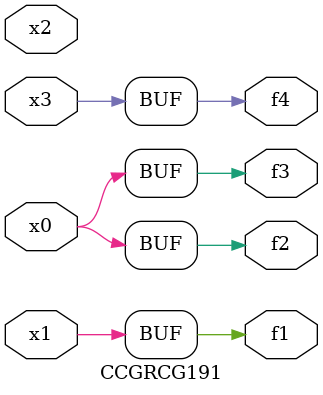
<source format=v>
module CCGRCG191(
	input x0, x1, x2, x3,
	output f1, f2, f3, f4
);
	assign f1 = x1;
	assign f2 = x0;
	assign f3 = x0;
	assign f4 = x3;
endmodule

</source>
